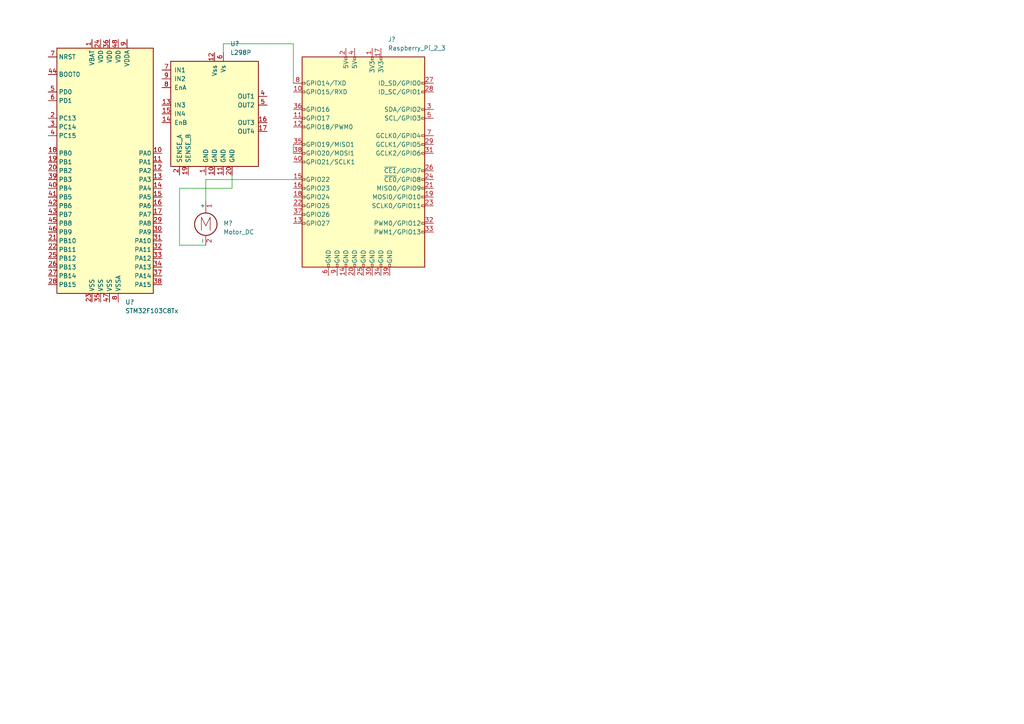
<source format=kicad_sch>
(kicad_sch (version 20211123) (generator eeschema)
  (paper "A4")
  (lib_symbols
    (symbol "Connector:Raspberry_Pi_2_3" (pin_names (offset 1.016))
      (property "Reference" "J" (at -17.78 31.75 0))
      (property "Value" "Raspberry_Pi_2_3" (at 10.16 -31.75 0))
      (symbol "Raspberry_Pi_2_3_0_1"
        (rectangle (start -17.78 30.48) (end 17.78 -30.48) (stroke (width 0.254)) (fill (type background)))
      )
      (symbol "Raspberry_Pi_2_3_1_1"
        (rectangle (start -16.891 -17.526) (end -17.78 -18.034))
        (rectangle (start -16.891 -14.986) (end -17.78 -15.494))
        (rectangle (start -16.891 -12.446) (end -17.78 -12.954))
        (rectangle (start -16.891 -9.906) (end -17.78 -10.414))
        (rectangle (start -16.891 -7.366) (end -17.78 -7.874))
        (rectangle (start -16.891 -4.826) (end -17.78 -5.334))
        (rectangle (start -16.891 0.254) (end -17.78 -0.254))
        (rectangle (start -16.891 2.794) (end -17.78 2.286))
        (rectangle (start -16.891 5.334) (end -17.78 4.826))
        (rectangle (start -16.891 10.414) (end -17.78 9.906))
        (rectangle (start -16.891 12.954) (end -17.78 12.446))
        (rectangle (start -16.891 15.494) (end -17.78 14.986))
        (rectangle (start -16.891 20.574) (end -17.78 20.066))
        (rectangle (start -16.891 23.114) (end -17.78 22.606))
        (rectangle (start -10.414 -29.591) (end -9.906 -30.48))
        (rectangle (start -7.874 -29.591) (end -7.366 -30.48))
        (rectangle (start -5.334 -29.591) (end -4.826 -30.48))
        (rectangle (start -5.334 30.48) (end -4.826 29.591))
        (rectangle (start -2.794 -29.591) (end -2.286 -30.48))
        (rectangle (start -2.794 30.48) (end -2.286 29.591))
        (rectangle (start -0.254 -29.591) (end 0.254 -30.48))
        (rectangle (start 2.286 -29.591) (end 2.794 -30.48))
        (rectangle (start 2.286 30.48) (end 2.794 29.591))
        (rectangle (start 4.826 -29.591) (end 5.334 -30.48))
        (rectangle (start 4.826 30.48) (end 5.334 29.591))
        (rectangle (start 7.366 -29.591) (end 7.874 -30.48))
        (rectangle (start 17.78 -20.066) (end 16.891 -20.574))
        (rectangle (start 17.78 -17.526) (end 16.891 -18.034))
        (rectangle (start 17.78 -12.446) (end 16.891 -12.954))
        (rectangle (start 17.78 -9.906) (end 16.891 -10.414))
        (rectangle (start 17.78 -7.366) (end 16.891 -7.874))
        (rectangle (start 17.78 -4.826) (end 16.891 -5.334))
        (rectangle (start 17.78 -2.286) (end 16.891 -2.794))
        (rectangle (start 17.78 2.794) (end 16.891 2.286))
        (rectangle (start 17.78 5.334) (end 16.891 4.826))
        (rectangle (start 17.78 7.874) (end 16.891 7.366))
        (rectangle (start 17.78 12.954) (end 16.891 12.446))
        (rectangle (start 17.78 15.494) (end 16.891 14.986))
        (rectangle (start 17.78 20.574) (end 16.891 20.066))
        (rectangle (start 17.78 23.114) (end 16.891 22.606))
        (pin power_in line (at 2.54 33.02 270) (length 2.54) (name "3V3") (number "1"))
        (pin bidirectional line (at -20.32 20.32 0) (length 2.54) (name "GPIO15/RXD") (number "10"))
        (pin bidirectional line (at -20.32 12.7 0) (length 2.54) (name "GPIO17") (number "11"))
        (pin bidirectional line (at -20.32 10.16 0) (length 2.54) (name "GPIO18/PWM0") (number "12"))
        (pin bidirectional line (at -20.32 -17.78 0) (length 2.54) (name "GPIO27") (number "13"))
        (pin power_in line (at -5.08 -33.02 90) (length 2.54) (name "GND") (number "14"))
        (pin bidirectional line (at -20.32 -5.08 0) (length 2.54) (name "GPIO22") (number "15"))
        (pin bidirectional line (at -20.32 -7.62 0) (length 2.54) (name "GPIO23") (number "16"))
        (pin power_in line (at 5.08 33.02 270) (length 2.54) (name "3V3") (number "17"))
        (pin bidirectional line (at -20.32 -10.16 0) (length 2.54) (name "GPIO24") (number "18"))
        (pin bidirectional line (at 20.32 -10.16 180) (length 2.54) (name "MOSI0/GPIO10") (number "19"))
        (pin power_in line (at -5.08 33.02 270) (length 2.54) (name "5V") (number "2"))
        (pin power_in line (at -2.54 -33.02 90) (length 2.54) (name "GND") (number "20"))
        (pin bidirectional line (at 20.32 -7.62 180) (length 2.54) (name "MISO0/GPIO9") (number "21"))
        (pin bidirectional line (at -20.32 -12.7 0) (length 2.54) (name "GPIO25") (number "22"))
        (pin bidirectional line (at 20.32 -12.7 180) (length 2.54) (name "SCLK0/GPIO11") (number "23"))
        (pin bidirectional line (at 20.32 -5.08 180) (length 2.54) (name "~{CE0}/GPIO8") (number "24"))
        (pin power_in line (at 0 -33.02 90) (length 2.54) (name "GND") (number "25"))
        (pin bidirectional line (at 20.32 -2.54 180) (length 2.54) (name "~{CE1}/GPIO7") (number "26"))
        (pin bidirectional line (at 20.32 22.86 180) (length 2.54) (name "ID_SD/GPIO0") (number "27"))
        (pin bidirectional line (at 20.32 20.32 180) (length 2.54) (name "ID_SC/GPIO1") (number "28"))
        (pin bidirectional line (at 20.32 5.08 180) (length 2.54) (name "GCLK1/GPIO5") (number "29"))
        (pin bidirectional line (at 20.32 15.24 180) (length 2.54) (name "SDA/GPIO2") (number "3"))
        (pin power_in line (at 2.54 -33.02 90) (length 2.54) (name "GND") (number "30"))
        (pin bidirectional line (at 20.32 2.54 180) (length 2.54) (name "GCLK2/GPIO6") (number "31"))
        (pin bidirectional line (at 20.32 -17.78 180) (length 2.54) (name "PWM0/GPIO12") (number "32"))
        (pin bidirectional line (at 20.32 -20.32 180) (length 2.54) (name "PWM1/GPIO13") (number "33"))
        (pin power_in line (at 5.08 -33.02 90) (length 2.54) (name "GND") (number "34"))
        (pin bidirectional line (at -20.32 5.08 0) (length 2.54) (name "GPIO19/MISO1") (number "35"))
        (pin bidirectional line (at -20.32 15.24 0) (length 2.54) (name "GPIO16") (number "36"))
        (pin bidirectional line (at -20.32 -15.24 0) (length 2.54) (name "GPIO26") (number "37"))
        (pin bidirectional line (at -20.32 2.54 0) (length 2.54) (name "GPIO20/MOSI1") (number "38"))
        (pin power_in line (at 7.62 -33.02 90) (length 2.54) (name "GND") (number "39"))
        (pin power_in line (at -2.54 33.02 270) (length 2.54) (name "5V") (number "4"))
        (pin bidirectional line (at -20.32 0 0) (length 2.54) (name "GPIO21/SCLK1") (number "40"))
        (pin bidirectional line (at 20.32 12.7 180) (length 2.54) (name "SCL/GPIO3") (number "5"))
        (pin power_in line (at -10.16 -33.02 90) (length 2.54) (name "GND") (number "6"))
        (pin bidirectional line (at 20.32 7.62 180) (length 2.54) (name "GCLK0/GPIO4") (number "7"))
        (pin bidirectional line (at -20.32 22.86 0) (length 2.54) (name "GPIO14/TXD") (number "8"))
        (pin power_in line (at -7.62 -33.02 90) (length 2.54) (name "GND") (number "9"))
      )
    )
    (symbol "Driver_Motor:L298P" (pin_names (offset 1.016))
      (property "Reference" "U" (at -10.16 16.51 0))
      (property "Value" "L298P" (at 10.16 -16.51 0))
      (symbol "L298P_0_1"
        (rectangle (start -12.7 15.24) (end 12.7 -15.24) (stroke (width 0.254)) (fill (type background)))
      )
      (symbol "L298P_1_1"
        (pin power_in line (at -2.54 -17.78 90) (length 2.54) (name "GND") (number "1"))
        (pin power_in line (at 0 -17.78 90) (length 2.54) (name "GND") (number "10"))
        (pin power_in line (at 2.54 -17.78 90) (length 2.54) (name "GND") (number "11"))
        (pin power_in line (at 0 17.78 270) (length 2.54) (name "Vss") (number "12"))
        (pin input line (at -15.24 2.54 0) (length 2.54) (name "IN3") (number "13"))
        (pin input line (at -15.24 -2.54 0) (length 2.54) (name "EnB") (number "14"))
        (pin input line (at -15.24 0 0) (length 2.54) (name "IN4") (number "15"))
        (pin output line (at 15.24 -2.54 180) (length 2.54) (name "OUT3") (number "16"))
        (pin output line (at 15.24 -5.08 180) (length 2.54) (name "OUT4") (number "17"))
        (pin no_connect line (at 15.24 10.16 180) (length 2.54) hide (name "NC") (number "18"))
        (pin power_in line (at -7.62 -17.78 90) (length 2.54) (name "SENSE_B") (number "19"))
        (pin power_in line (at -10.16 -17.78 90) (length 2.54) (name "SENSE_A") (number "2"))
        (pin power_in line (at 5.08 -17.78 90) (length 2.54) (name "GND") (number "20"))
        (pin no_connect line (at 15.24 12.7 180) (length 2.54) hide (name "NC") (number "3"))
        (pin output line (at 15.24 5.08 180) (length 2.54) (name "OUT1") (number "4"))
        (pin output line (at 15.24 2.54 180) (length 2.54) (name "OUT2") (number "5"))
        (pin power_in line (at 2.54 17.78 270) (length 2.54) (name "Vs") (number "6"))
        (pin input line (at -15.24 12.7 0) (length 2.54) (name "IN1") (number "7"))
        (pin input line (at -15.24 7.62 0) (length 2.54) (name "EnA") (number "8"))
        (pin input line (at -15.24 10.16 0) (length 2.54) (name "IN2") (number "9"))
      )
    )
    (symbol "MCU_ST_STM32F1:STM32F103C8Tx"
      (property "Reference" "U" (at -15.24 36.83 0))
      (property "Value" "STM32F103C8Tx" (at 7.62 36.83 0))
      (symbol "STM32F103C8Tx_0_1"
        (rectangle (start -15.24 -35.56) (end 12.7 35.56) (stroke (width 0.254)) (fill (type background)))
      )
      (symbol "STM32F103C8Tx_1_1"
        (pin power_in line (at -5.08 38.1 270) (length 2.54) (name "VBAT") (number "1"))
        (pin bidirectional line (at 15.24 5.08 180) (length 2.54) (name "PA0") (number "10"))
        (pin bidirectional line (at 15.24 2.54 180) (length 2.54) (name "PA1") (number "11"))
        (pin bidirectional line (at 15.24 0 180) (length 2.54) (name "PA2") (number "12"))
        (pin bidirectional line (at 15.24 -2.54 180) (length 2.54) (name "PA3") (number "13"))
        (pin bidirectional line (at 15.24 -5.08 180) (length 2.54) (name "PA4") (number "14"))
        (pin bidirectional line (at 15.24 -7.62 180) (length 2.54) (name "PA5") (number "15"))
        (pin bidirectional line (at 15.24 -10.16 180) (length 2.54) (name "PA6") (number "16"))
        (pin bidirectional line (at 15.24 -12.7 180) (length 2.54) (name "PA7") (number "17"))
        (pin bidirectional line (at -17.78 5.08 0) (length 2.54) (name "PB0") (number "18"))
        (pin bidirectional line (at -17.78 2.54 0) (length 2.54) (name "PB1") (number "19"))
        (pin bidirectional line (at -17.78 15.24 0) (length 2.54) (name "PC13") (number "2"))
        (pin bidirectional line (at -17.78 0 0) (length 2.54) (name "PB2") (number "20"))
        (pin bidirectional line (at -17.78 -20.32 0) (length 2.54) (name "PB10") (number "21"))
        (pin bidirectional line (at -17.78 -22.86 0) (length 2.54) (name "PB11") (number "22"))
        (pin power_in line (at -5.08 -38.1 90) (length 2.54) (name "VSS") (number "23"))
        (pin power_in line (at -2.54 38.1 270) (length 2.54) (name "VDD") (number "24"))
        (pin bidirectional line (at -17.78 -25.4 0) (length 2.54) (name "PB12") (number "25"))
        (pin bidirectional line (at -17.78 -27.94 0) (length 2.54) (name "PB13") (number "26"))
        (pin bidirectional line (at -17.78 -30.48 0) (length 2.54) (name "PB14") (number "27"))
        (pin bidirectional line (at -17.78 -33.02 0) (length 2.54) (name "PB15") (number "28"))
        (pin bidirectional line (at 15.24 -15.24 180) (length 2.54) (name "PA8") (number "29"))
        (pin bidirectional line (at -17.78 12.7 0) (length 2.54) (name "PC14") (number "3"))
        (pin bidirectional line (at 15.24 -17.78 180) (length 2.54) (name "PA9") (number "30"))
        (pin bidirectional line (at 15.24 -20.32 180) (length 2.54) (name "PA10") (number "31"))
        (pin bidirectional line (at 15.24 -22.86 180) (length 2.54) (name "PA11") (number "32"))
        (pin bidirectional line (at 15.24 -25.4 180) (length 2.54) (name "PA12") (number "33"))
        (pin bidirectional line (at 15.24 -27.94 180) (length 2.54) (name "PA13") (number "34"))
        (pin power_in line (at -2.54 -38.1 90) (length 2.54) (name "VSS") (number "35"))
        (pin power_in line (at 0 38.1 270) (length 2.54) (name "VDD") (number "36"))
        (pin bidirectional line (at 15.24 -30.48 180) (length 2.54) (name "PA14") (number "37"))
        (pin bidirectional line (at 15.24 -33.02 180) (length 2.54) (name "PA15") (number "38"))
        (pin bidirectional line (at -17.78 -2.54 0) (length 2.54) (name "PB3") (number "39"))
        (pin bidirectional line (at -17.78 10.16 0) (length 2.54) (name "PC15") (number "4"))
        (pin bidirectional line (at -17.78 -5.08 0) (length 2.54) (name "PB4") (number "40"))
        (pin bidirectional line (at -17.78 -7.62 0) (length 2.54) (name "PB5") (number "41"))
        (pin bidirectional line (at -17.78 -10.16 0) (length 2.54) (name "PB6") (number "42"))
        (pin bidirectional line (at -17.78 -12.7 0) (length 2.54) (name "PB7") (number "43"))
        (pin input line (at -17.78 27.94 0) (length 2.54) (name "BOOT0") (number "44"))
        (pin bidirectional line (at -17.78 -15.24 0) (length 2.54) (name "PB8") (number "45"))
        (pin bidirectional line (at -17.78 -17.78 0) (length 2.54) (name "PB9") (number "46"))
        (pin power_in line (at 0 -38.1 90) (length 2.54) (name "VSS") (number "47"))
        (pin power_in line (at 2.54 38.1 270) (length 2.54) (name "VDD") (number "48"))
        (pin input line (at -17.78 22.86 0) (length 2.54) (name "PD0") (number "5"))
        (pin input line (at -17.78 20.32 0) (length 2.54) (name "PD1") (number "6"))
        (pin input line (at -17.78 33.02 0) (length 2.54) (name "NRST") (number "7"))
        (pin power_in line (at 2.54 -38.1 90) (length 2.54) (name "VSSA") (number "8"))
        (pin power_in line (at 5.08 38.1 270) (length 2.54) (name "VDDA") (number "9"))
      )
    )
    (symbol "Motor:Motor_DC" (pin_names (offset 0))
      (property "Reference" "M" (at 2.54 2.54 0))
      (property "Value" "Motor_DC" (at 2.54 -5.08 0))
      (symbol "Motor_DC_0_0"
        (polyline (pts (xy -1.27 -3.302) (xy -1.27 0.508) (xy 0 -2.032) (xy 1.27 0.508) (xy 1.27 -3.302)))
      )
      (symbol "Motor_DC_0_1"
        (circle (center 0 -1.524) (radius 3.2512) (stroke (width 0.254)))
        (polyline (pts (xy 0 -7.62) (xy 0 -7.112)))
        (polyline (pts (xy 0 -4.7752) (xy 0 -5.1816)))
        (polyline (pts (xy 0 1.7272) (xy 0 2.0828)))
        (polyline (pts (xy 0 2.032) (xy 0 2.54)))
      )
      (symbol "Motor_DC_1_1"
        (pin passive line (at 0 5.08 270) (length 2.54) (name "+") (number "1"))
        (pin passive line (at 0 -7.62 90) (length 2.54) (name "-") (number "2"))
      )
    )
  )
  (wire (pts (xy 67.31 54.61) (xy 67.31 50.8)))
  (wire (pts (xy 59.69 71.12) (xy 52.07 71.12)))
  (wire (pts (xy 64.77 12.7) (xy 64.77 15.24)))
  (wire (pts (xy 59.69 58.42) (xy 59.69 52.07)))
  (wire (pts (xy 52.07 71.12) (xy 52.07 54.61)))
  (wire (pts (xy 85.09 44.45) (xy 85.09 41.91)))
  (wire (pts (xy 59.69 52.07) (xy 85.09 52.07)))
  (wire (pts (xy 52.07 54.61) (xy 67.31 54.61)))
  (wire (pts (xy 85.09 12.7) (xy 64.77 12.7)))
  (wire (pts (xy 85.09 24.13) (xy 85.09 12.7)))
  (symbol (lib_id "Driver_Motor:L298P") (at 62.23 33.02 0) (unit 1)
    (property "Reference" "U?" (at 66.7894 12.7 0) (effects (justify left)))
    (property "Value" "L298P" (at 66.7894 15.24 0) (effects (justify left)))
    (property "Datasheet" "http://www.st.com/st-web-ui/static/active/en/resource/technical/document/datasheet/CD00000240.pdf" (effects hide))
  )
  (symbol (lib_id "Connector:Raspberry_Pi_2_3") (at 105.41 46.99 0) (unit 1)
    (property "Reference" "J?" (at 112.5094 11.43 0) (effects (justify left)))
    (property "Value" "Raspberry_Pi_2_3" (at 112.5094 13.97 0) (effects (justify left)))
    (property "Datasheet" "https://www.raspberrypi.org/documentation/hardware/raspberrypi/schematics/rpi_SCH_3bplus_1p0_reduced.pdf" (effects hide))
  )
  (symbol (lib_id "MCU_ST_STM32F1:STM32F103C8Tx") (at 31.75 49.53 0) (unit 1)
    (property "Reference" "U?" (at 36.3094 87.63 0) (effects (justify left)))
    (property "Value" "STM32F103C8Tx" (at 36.3094 90.17 0) (effects (justify left)))
    (property "Footprint" "Package_QFP:LQFP-48_7x7mm_P0.5mm" (effects hide))
    (property "Datasheet" "http://www.st.com/st-web-ui/static/active/en/resource/technical/document/datasheet/CD00161566.pdf" (effects hide))
  )
  (symbol (lib_id "Motor:Motor_DC") (at 59.69 63.5 0) (unit 1)
    (property "Reference" "M?" (at 64.77 64.7699 0) (effects (justify left)))
    (property "Value" "Motor_DC" (at 64.77 67.3099 0) (effects (justify left)))
  )
)
</source>
